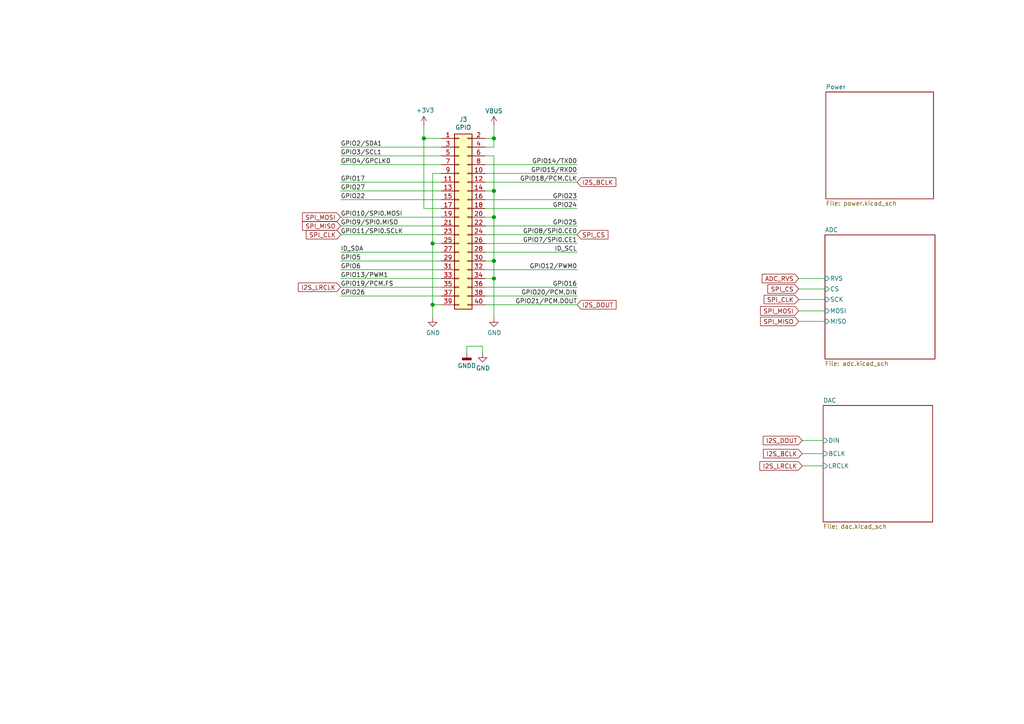
<source format=kicad_sch>
(kicad_sch
	(version 20231120)
	(generator "eeschema")
	(generator_version "8.0")
	(uuid "8e32e40b-ffe6-4c0f-a79d-8b81109bf7e8")
	(paper "A4")
	(lib_symbols
		(symbol "Connector_Generic:Conn_02x20_Odd_Even"
			(pin_names
				(offset 1.016) hide)
			(exclude_from_sim no)
			(in_bom yes)
			(on_board yes)
			(property "Reference" "J"
				(at 1.27 25.4 0)
				(effects
					(font
						(size 1.27 1.27)
					)
				)
			)
			(property "Value" "Conn_02x20_Odd_Even"
				(at 1.27 -27.94 0)
				(effects
					(font
						(size 1.27 1.27)
					)
				)
			)
			(property "Footprint" ""
				(at 0 0 0)
				(effects
					(font
						(size 1.27 1.27)
					)
					(hide yes)
				)
			)
			(property "Datasheet" "~"
				(at 0 0 0)
				(effects
					(font
						(size 1.27 1.27)
					)
					(hide yes)
				)
			)
			(property "Description" "Generic connector, double row, 02x20, odd/even pin numbering scheme (row 1 odd numbers, row 2 even numbers), script generated (kicad-library-utils/schlib/autogen/connector/)"
				(at 0 0 0)
				(effects
					(font
						(size 1.27 1.27)
					)
					(hide yes)
				)
			)
			(property "ki_keywords" "connector"
				(at 0 0 0)
				(effects
					(font
						(size 1.27 1.27)
					)
					(hide yes)
				)
			)
			(property "ki_fp_filters" "Connector*:*_2x??_*"
				(at 0 0 0)
				(effects
					(font
						(size 1.27 1.27)
					)
					(hide yes)
				)
			)
			(symbol "Conn_02x20_Odd_Even_1_1"
				(rectangle
					(start -1.27 -25.273)
					(end 0 -25.527)
					(stroke
						(width 0.1524)
						(type default)
					)
					(fill
						(type none)
					)
				)
				(rectangle
					(start -1.27 -22.733)
					(end 0 -22.987)
					(stroke
						(width 0.1524)
						(type default)
					)
					(fill
						(type none)
					)
				)
				(rectangle
					(start -1.27 -20.193)
					(end 0 -20.447)
					(stroke
						(width 0.1524)
						(type default)
					)
					(fill
						(type none)
					)
				)
				(rectangle
					(start -1.27 -17.653)
					(end 0 -17.907)
					(stroke
						(width 0.1524)
						(type default)
					)
					(fill
						(type none)
					)
				)
				(rectangle
					(start -1.27 -15.113)
					(end 0 -15.367)
					(stroke
						(width 0.1524)
						(type default)
					)
					(fill
						(type none)
					)
				)
				(rectangle
					(start -1.27 -12.573)
					(end 0 -12.827)
					(stroke
						(width 0.1524)
						(type default)
					)
					(fill
						(type none)
					)
				)
				(rectangle
					(start -1.27 -10.033)
					(end 0 -10.287)
					(stroke
						(width 0.1524)
						(type default)
					)
					(fill
						(type none)
					)
				)
				(rectangle
					(start -1.27 -7.493)
					(end 0 -7.747)
					(stroke
						(width 0.1524)
						(type default)
					)
					(fill
						(type none)
					)
				)
				(rectangle
					(start -1.27 -4.953)
					(end 0 -5.207)
					(stroke
						(width 0.1524)
						(type default)
					)
					(fill
						(type none)
					)
				)
				(rectangle
					(start -1.27 -2.413)
					(end 0 -2.667)
					(stroke
						(width 0.1524)
						(type default)
					)
					(fill
						(type none)
					)
				)
				(rectangle
					(start -1.27 0.127)
					(end 0 -0.127)
					(stroke
						(width 0.1524)
						(type default)
					)
					(fill
						(type none)
					)
				)
				(rectangle
					(start -1.27 2.667)
					(end 0 2.413)
					(stroke
						(width 0.1524)
						(type default)
					)
					(fill
						(type none)
					)
				)
				(rectangle
					(start -1.27 5.207)
					(end 0 4.953)
					(stroke
						(width 0.1524)
						(type default)
					)
					(fill
						(type none)
					)
				)
				(rectangle
					(start -1.27 7.747)
					(end 0 7.493)
					(stroke
						(width 0.1524)
						(type default)
					)
					(fill
						(type none)
					)
				)
				(rectangle
					(start -1.27 10.287)
					(end 0 10.033)
					(stroke
						(width 0.1524)
						(type default)
					)
					(fill
						(type none)
					)
				)
				(rectangle
					(start -1.27 12.827)
					(end 0 12.573)
					(stroke
						(width 0.1524)
						(type default)
					)
					(fill
						(type none)
					)
				)
				(rectangle
					(start -1.27 15.367)
					(end 0 15.113)
					(stroke
						(width 0.1524)
						(type default)
					)
					(fill
						(type none)
					)
				)
				(rectangle
					(start -1.27 17.907)
					(end 0 17.653)
					(stroke
						(width 0.1524)
						(type default)
					)
					(fill
						(type none)
					)
				)
				(rectangle
					(start -1.27 20.447)
					(end 0 20.193)
					(stroke
						(width 0.1524)
						(type default)
					)
					(fill
						(type none)
					)
				)
				(rectangle
					(start -1.27 22.987)
					(end 0 22.733)
					(stroke
						(width 0.1524)
						(type default)
					)
					(fill
						(type none)
					)
				)
				(rectangle
					(start -1.27 24.13)
					(end 3.81 -26.67)
					(stroke
						(width 0.254)
						(type default)
					)
					(fill
						(type background)
					)
				)
				(rectangle
					(start 3.81 -25.273)
					(end 2.54 -25.527)
					(stroke
						(width 0.1524)
						(type default)
					)
					(fill
						(type none)
					)
				)
				(rectangle
					(start 3.81 -22.733)
					(end 2.54 -22.987)
					(stroke
						(width 0.1524)
						(type default)
					)
					(fill
						(type none)
					)
				)
				(rectangle
					(start 3.81 -20.193)
					(end 2.54 -20.447)
					(stroke
						(width 0.1524)
						(type default)
					)
					(fill
						(type none)
					)
				)
				(rectangle
					(start 3.81 -17.653)
					(end 2.54 -17.907)
					(stroke
						(width 0.1524)
						(type default)
					)
					(fill
						(type none)
					)
				)
				(rectangle
					(start 3.81 -15.113)
					(end 2.54 -15.367)
					(stroke
						(width 0.1524)
						(type default)
					)
					(fill
						(type none)
					)
				)
				(rectangle
					(start 3.81 -12.573)
					(end 2.54 -12.827)
					(stroke
						(width 0.1524)
						(type default)
					)
					(fill
						(type none)
					)
				)
				(rectangle
					(start 3.81 -10.033)
					(end 2.54 -10.287)
					(stroke
						(width 0.1524)
						(type default)
					)
					(fill
						(type none)
					)
				)
				(rectangle
					(start 3.81 -7.493)
					(end 2.54 -7.747)
					(stroke
						(width 0.1524)
						(type default)
					)
					(fill
						(type none)
					)
				)
				(rectangle
					(start 3.81 -4.953)
					(end 2.54 -5.207)
					(stroke
						(width 0.1524)
						(type default)
					)
					(fill
						(type none)
					)
				)
				(rectangle
					(start 3.81 -2.413)
					(end 2.54 -2.667)
					(stroke
						(width 0.1524)
						(type default)
					)
					(fill
						(type none)
					)
				)
				(rectangle
					(start 3.81 0.127)
					(end 2.54 -0.127)
					(stroke
						(width 0.1524)
						(type default)
					)
					(fill
						(type none)
					)
				)
				(rectangle
					(start 3.81 2.667)
					(end 2.54 2.413)
					(stroke
						(width 0.1524)
						(type default)
					)
					(fill
						(type none)
					)
				)
				(rectangle
					(start 3.81 5.207)
					(end 2.54 4.953)
					(stroke
						(width 0.1524)
						(type default)
					)
					(fill
						(type none)
					)
				)
				(rectangle
					(start 3.81 7.747)
					(end 2.54 7.493)
					(stroke
						(width 0.1524)
						(type default)
					)
					(fill
						(type none)
					)
				)
				(rectangle
					(start 3.81 10.287)
					(end 2.54 10.033)
					(stroke
						(width 0.1524)
						(type default)
					)
					(fill
						(type none)
					)
				)
				(rectangle
					(start 3.81 12.827)
					(end 2.54 12.573)
					(stroke
						(width 0.1524)
						(type default)
					)
					(fill
						(type none)
					)
				)
				(rectangle
					(start 3.81 15.367)
					(end 2.54 15.113)
					(stroke
						(width 0.1524)
						(type default)
					)
					(fill
						(type none)
					)
				)
				(rectangle
					(start 3.81 17.907)
					(end 2.54 17.653)
					(stroke
						(width 0.1524)
						(type default)
					)
					(fill
						(type none)
					)
				)
				(rectangle
					(start 3.81 20.447)
					(end 2.54 20.193)
					(stroke
						(width 0.1524)
						(type default)
					)
					(fill
						(type none)
					)
				)
				(rectangle
					(start 3.81 22.987)
					(end 2.54 22.733)
					(stroke
						(width 0.1524)
						(type default)
					)
					(fill
						(type none)
					)
				)
				(pin passive line
					(at -5.08 22.86 0)
					(length 3.81)
					(name "Pin_1"
						(effects
							(font
								(size 1.27 1.27)
							)
						)
					)
					(number "1"
						(effects
							(font
								(size 1.27 1.27)
							)
						)
					)
				)
				(pin passive line
					(at 7.62 12.7 180)
					(length 3.81)
					(name "Pin_10"
						(effects
							(font
								(size 1.27 1.27)
							)
						)
					)
					(number "10"
						(effects
							(font
								(size 1.27 1.27)
							)
						)
					)
				)
				(pin passive line
					(at -5.08 10.16 0)
					(length 3.81)
					(name "Pin_11"
						(effects
							(font
								(size 1.27 1.27)
							)
						)
					)
					(number "11"
						(effects
							(font
								(size 1.27 1.27)
							)
						)
					)
				)
				(pin passive line
					(at 7.62 10.16 180)
					(length 3.81)
					(name "Pin_12"
						(effects
							(font
								(size 1.27 1.27)
							)
						)
					)
					(number "12"
						(effects
							(font
								(size 1.27 1.27)
							)
						)
					)
				)
				(pin passive line
					(at -5.08 7.62 0)
					(length 3.81)
					(name "Pin_13"
						(effects
							(font
								(size 1.27 1.27)
							)
						)
					)
					(number "13"
						(effects
							(font
								(size 1.27 1.27)
							)
						)
					)
				)
				(pin passive line
					(at 7.62 7.62 180)
					(length 3.81)
					(name "Pin_14"
						(effects
							(font
								(size 1.27 1.27)
							)
						)
					)
					(number "14"
						(effects
							(font
								(size 1.27 1.27)
							)
						)
					)
				)
				(pin passive line
					(at -5.08 5.08 0)
					(length 3.81)
					(name "Pin_15"
						(effects
							(font
								(size 1.27 1.27)
							)
						)
					)
					(number "15"
						(effects
							(font
								(size 1.27 1.27)
							)
						)
					)
				)
				(pin passive line
					(at 7.62 5.08 180)
					(length 3.81)
					(name "Pin_16"
						(effects
							(font
								(size 1.27 1.27)
							)
						)
					)
					(number "16"
						(effects
							(font
								(size 1.27 1.27)
							)
						)
					)
				)
				(pin passive line
					(at -5.08 2.54 0)
					(length 3.81)
					(name "Pin_17"
						(effects
							(font
								(size 1.27 1.27)
							)
						)
					)
					(number "17"
						(effects
							(font
								(size 1.27 1.27)
							)
						)
					)
				)
				(pin passive line
					(at 7.62 2.54 180)
					(length 3.81)
					(name "Pin_18"
						(effects
							(font
								(size 1.27 1.27)
							)
						)
					)
					(number "18"
						(effects
							(font
								(size 1.27 1.27)
							)
						)
					)
				)
				(pin passive line
					(at -5.08 0 0)
					(length 3.81)
					(name "Pin_19"
						(effects
							(font
								(size 1.27 1.27)
							)
						)
					)
					(number "19"
						(effects
							(font
								(size 1.27 1.27)
							)
						)
					)
				)
				(pin passive line
					(at 7.62 22.86 180)
					(length 3.81)
					(name "Pin_2"
						(effects
							(font
								(size 1.27 1.27)
							)
						)
					)
					(number "2"
						(effects
							(font
								(size 1.27 1.27)
							)
						)
					)
				)
				(pin passive line
					(at 7.62 0 180)
					(length 3.81)
					(name "Pin_20"
						(effects
							(font
								(size 1.27 1.27)
							)
						)
					)
					(number "20"
						(effects
							(font
								(size 1.27 1.27)
							)
						)
					)
				)
				(pin passive line
					(at -5.08 -2.54 0)
					(length 3.81)
					(name "Pin_21"
						(effects
							(font
								(size 1.27 1.27)
							)
						)
					)
					(number "21"
						(effects
							(font
								(size 1.27 1.27)
							)
						)
					)
				)
				(pin passive line
					(at 7.62 -2.54 180)
					(length 3.81)
					(name "Pin_22"
						(effects
							(font
								(size 1.27 1.27)
							)
						)
					)
					(number "22"
						(effects
							(font
								(size 1.27 1.27)
							)
						)
					)
				)
				(pin passive line
					(at -5.08 -5.08 0)
					(length 3.81)
					(name "Pin_23"
						(effects
							(font
								(size 1.27 1.27)
							)
						)
					)
					(number "23"
						(effects
							(font
								(size 1.27 1.27)
							)
						)
					)
				)
				(pin passive line
					(at 7.62 -5.08 180)
					(length 3.81)
					(name "Pin_24"
						(effects
							(font
								(size 1.27 1.27)
							)
						)
					)
					(number "24"
						(effects
							(font
								(size 1.27 1.27)
							)
						)
					)
				)
				(pin passive line
					(at -5.08 -7.62 0)
					(length 3.81)
					(name "Pin_25"
						(effects
							(font
								(size 1.27 1.27)
							)
						)
					)
					(number "25"
						(effects
							(font
								(size 1.27 1.27)
							)
						)
					)
				)
				(pin passive line
					(at 7.62 -7.62 180)
					(length 3.81)
					(name "Pin_26"
						(effects
							(font
								(size 1.27 1.27)
							)
						)
					)
					(number "26"
						(effects
							(font
								(size 1.27 1.27)
							)
						)
					)
				)
				(pin passive line
					(at -5.08 -10.16 0)
					(length 3.81)
					(name "Pin_27"
						(effects
							(font
								(size 1.27 1.27)
							)
						)
					)
					(number "27"
						(effects
							(font
								(size 1.27 1.27)
							)
						)
					)
				)
				(pin passive line
					(at 7.62 -10.16 180)
					(length 3.81)
					(name "Pin_28"
						(effects
							(font
								(size 1.27 1.27)
							)
						)
					)
					(number "28"
						(effects
							(font
								(size 1.27 1.27)
							)
						)
					)
				)
				(pin passive line
					(at -5.08 -12.7 0)
					(length 3.81)
					(name "Pin_29"
						(effects
							(font
								(size 1.27 1.27)
							)
						)
					)
					(number "29"
						(effects
							(font
								(size 1.27 1.27)
							)
						)
					)
				)
				(pin passive line
					(at -5.08 20.32 0)
					(length 3.81)
					(name "Pin_3"
						(effects
							(font
								(size 1.27 1.27)
							)
						)
					)
					(number "3"
						(effects
							(font
								(size 1.27 1.27)
							)
						)
					)
				)
				(pin passive line
					(at 7.62 -12.7 180)
					(length 3.81)
					(name "Pin_30"
						(effects
							(font
								(size 1.27 1.27)
							)
						)
					)
					(number "30"
						(effects
							(font
								(size 1.27 1.27)
							)
						)
					)
				)
				(pin passive line
					(at -5.08 -15.24 0)
					(length 3.81)
					(name "Pin_31"
						(effects
							(font
								(size 1.27 1.27)
							)
						)
					)
					(number "31"
						(effects
							(font
								(size 1.27 1.27)
							)
						)
					)
				)
				(pin passive line
					(at 7.62 -15.24 180)
					(length 3.81)
					(name "Pin_32"
						(effects
							(font
								(size 1.27 1.27)
							)
						)
					)
					(number "32"
						(effects
							(font
								(size 1.27 1.27)
							)
						)
					)
				)
				(pin passive line
					(at -5.08 -17.78 0)
					(length 3.81)
					(name "Pin_33"
						(effects
							(font
								(size 1.27 1.27)
							)
						)
					)
					(number "33"
						(effects
							(font
								(size 1.27 1.27)
							)
						)
					)
				)
				(pin passive line
					(at 7.62 -17.78 180)
					(length 3.81)
					(name "Pin_34"
						(effects
							(font
								(size 1.27 1.27)
							)
						)
					)
					(number "34"
						(effects
							(font
								(size 1.27 1.27)
							)
						)
					)
				)
				(pin passive line
					(at -5.08 -20.32 0)
					(length 3.81)
					(name "Pin_35"
						(effects
							(font
								(size 1.27 1.27)
							)
						)
					)
					(number "35"
						(effects
							(font
								(size 1.27 1.27)
							)
						)
					)
				)
				(pin passive line
					(at 7.62 -20.32 180)
					(length 3.81)
					(name "Pin_36"
						(effects
							(font
								(size 1.27 1.27)
							)
						)
					)
					(number "36"
						(effects
							(font
								(size 1.27 1.27)
							)
						)
					)
				)
				(pin passive line
					(at -5.08 -22.86 0)
					(length 3.81)
					(name "Pin_37"
						(effects
							(font
								(size 1.27 1.27)
							)
						)
					)
					(number "37"
						(effects
							(font
								(size 1.27 1.27)
							)
						)
					)
				)
				(pin passive line
					(at 7.62 -22.86 180)
					(length 3.81)
					(name "Pin_38"
						(effects
							(font
								(size 1.27 1.27)
							)
						)
					)
					(number "38"
						(effects
							(font
								(size 1.27 1.27)
							)
						)
					)
				)
				(pin passive line
					(at -5.08 -25.4 0)
					(length 3.81)
					(name "Pin_39"
						(effects
							(font
								(size 1.27 1.27)
							)
						)
					)
					(number "39"
						(effects
							(font
								(size 1.27 1.27)
							)
						)
					)
				)
				(pin passive line
					(at 7.62 20.32 180)
					(length 3.81)
					(name "Pin_4"
						(effects
							(font
								(size 1.27 1.27)
							)
						)
					)
					(number "4"
						(effects
							(font
								(size 1.27 1.27)
							)
						)
					)
				)
				(pin passive line
					(at 7.62 -25.4 180)
					(length 3.81)
					(name "Pin_40"
						(effects
							(font
								(size 1.27 1.27)
							)
						)
					)
					(number "40"
						(effects
							(font
								(size 1.27 1.27)
							)
						)
					)
				)
				(pin passive line
					(at -5.08 17.78 0)
					(length 3.81)
					(name "Pin_5"
						(effects
							(font
								(size 1.27 1.27)
							)
						)
					)
					(number "5"
						(effects
							(font
								(size 1.27 1.27)
							)
						)
					)
				)
				(pin passive line
					(at 7.62 17.78 180)
					(length 3.81)
					(name "Pin_6"
						(effects
							(font
								(size 1.27 1.27)
							)
						)
					)
					(number "6"
						(effects
							(font
								(size 1.27 1.27)
							)
						)
					)
				)
				(pin passive line
					(at -5.08 15.24 0)
					(length 3.81)
					(name "Pin_7"
						(effects
							(font
								(size 1.27 1.27)
							)
						)
					)
					(number "7"
						(effects
							(font
								(size 1.27 1.27)
							)
						)
					)
				)
				(pin passive line
					(at 7.62 15.24 180)
					(length 3.81)
					(name "Pin_8"
						(effects
							(font
								(size 1.27 1.27)
							)
						)
					)
					(number "8"
						(effects
							(font
								(size 1.27 1.27)
							)
						)
					)
				)
				(pin passive line
					(at -5.08 12.7 0)
					(length 3.81)
					(name "Pin_9"
						(effects
							(font
								(size 1.27 1.27)
							)
						)
					)
					(number "9"
						(effects
							(font
								(size 1.27 1.27)
							)
						)
					)
				)
			)
		)
		(symbol "power:+3.3V"
			(power)
			(pin_names
				(offset 0)
			)
			(exclude_from_sim no)
			(in_bom yes)
			(on_board yes)
			(property "Reference" "#PWR"
				(at 0 -3.81 0)
				(effects
					(font
						(size 1.27 1.27)
					)
					(hide yes)
				)
			)
			(property "Value" "+3.3V"
				(at 0 3.556 0)
				(effects
					(font
						(size 1.27 1.27)
					)
				)
			)
			(property "Footprint" ""
				(at 0 0 0)
				(effects
					(font
						(size 1.27 1.27)
					)
					(hide yes)
				)
			)
			(property "Datasheet" ""
				(at 0 0 0)
				(effects
					(font
						(size 1.27 1.27)
					)
					(hide yes)
				)
			)
			(property "Description" "Power symbol creates a global label with name \"+3.3V\""
				(at 0 0 0)
				(effects
					(font
						(size 1.27 1.27)
					)
					(hide yes)
				)
			)
			(property "ki_keywords" "power-flag"
				(at 0 0 0)
				(effects
					(font
						(size 1.27 1.27)
					)
					(hide yes)
				)
			)
			(symbol "+3.3V_0_1"
				(polyline
					(pts
						(xy -0.762 1.27) (xy 0 2.54)
					)
					(stroke
						(width 0)
						(type default)
					)
					(fill
						(type none)
					)
				)
				(polyline
					(pts
						(xy 0 0) (xy 0 2.54)
					)
					(stroke
						(width 0)
						(type default)
					)
					(fill
						(type none)
					)
				)
				(polyline
					(pts
						(xy 0 2.54) (xy 0.762 1.27)
					)
					(stroke
						(width 0)
						(type default)
					)
					(fill
						(type none)
					)
				)
			)
			(symbol "+3.3V_1_1"
				(pin power_in line
					(at 0 0 90)
					(length 0) hide
					(name "+3V3"
						(effects
							(font
								(size 1.27 1.27)
							)
						)
					)
					(number "1"
						(effects
							(font
								(size 1.27 1.27)
							)
						)
					)
				)
			)
		)
		(symbol "power:GND"
			(power)
			(pin_names
				(offset 0)
			)
			(exclude_from_sim no)
			(in_bom yes)
			(on_board yes)
			(property "Reference" "#PWR"
				(at 0 -6.35 0)
				(effects
					(font
						(size 1.27 1.27)
					)
					(hide yes)
				)
			)
			(property "Value" "GND"
				(at 0 -3.81 0)
				(effects
					(font
						(size 1.27 1.27)
					)
				)
			)
			(property "Footprint" ""
				(at 0 0 0)
				(effects
					(font
						(size 1.27 1.27)
					)
					(hide yes)
				)
			)
			(property "Datasheet" ""
				(at 0 0 0)
				(effects
					(font
						(size 1.27 1.27)
					)
					(hide yes)
				)
			)
			(property "Description" "Power symbol creates a global label with name \"GND\" , ground"
				(at 0 0 0)
				(effects
					(font
						(size 1.27 1.27)
					)
					(hide yes)
				)
			)
			(property "ki_keywords" "power-flag"
				(at 0 0 0)
				(effects
					(font
						(size 1.27 1.27)
					)
					(hide yes)
				)
			)
			(symbol "GND_0_1"
				(polyline
					(pts
						(xy 0 0) (xy 0 -1.27) (xy 1.27 -1.27) (xy 0 -2.54) (xy -1.27 -1.27) (xy 0 -1.27)
					)
					(stroke
						(width 0)
						(type default)
					)
					(fill
						(type none)
					)
				)
			)
			(symbol "GND_1_1"
				(pin power_in line
					(at 0 0 270)
					(length 0) hide
					(name "GND"
						(effects
							(font
								(size 1.27 1.27)
							)
						)
					)
					(number "1"
						(effects
							(font
								(size 1.27 1.27)
							)
						)
					)
				)
			)
		)
		(symbol "power:GNDD"
			(power)
			(pin_names
				(offset 0)
			)
			(exclude_from_sim no)
			(in_bom yes)
			(on_board yes)
			(property "Reference" "#PWR"
				(at 0 -6.35 0)
				(effects
					(font
						(size 1.27 1.27)
					)
					(hide yes)
				)
			)
			(property "Value" "GNDD"
				(at 0 -3.175 0)
				(effects
					(font
						(size 1.27 1.27)
					)
				)
			)
			(property "Footprint" ""
				(at 0 0 0)
				(effects
					(font
						(size 1.27 1.27)
					)
					(hide yes)
				)
			)
			(property "Datasheet" ""
				(at 0 0 0)
				(effects
					(font
						(size 1.27 1.27)
					)
					(hide yes)
				)
			)
			(property "Description" "Power symbol creates a global label with name \"GNDD\" , digital ground"
				(at 0 0 0)
				(effects
					(font
						(size 1.27 1.27)
					)
					(hide yes)
				)
			)
			(property "ki_keywords" "global power"
				(at 0 0 0)
				(effects
					(font
						(size 1.27 1.27)
					)
					(hide yes)
				)
			)
			(symbol "GNDD_0_1"
				(rectangle
					(start -1.27 -1.524)
					(end 1.27 -2.032)
					(stroke
						(width 0.254)
						(type default)
					)
					(fill
						(type outline)
					)
				)
				(polyline
					(pts
						(xy 0 0) (xy 0 -1.524)
					)
					(stroke
						(width 0)
						(type default)
					)
					(fill
						(type none)
					)
				)
			)
			(symbol "GNDD_1_1"
				(pin power_in line
					(at 0 0 270)
					(length 0) hide
					(name "GNDD"
						(effects
							(font
								(size 1.27 1.27)
							)
						)
					)
					(number "1"
						(effects
							(font
								(size 1.27 1.27)
							)
						)
					)
				)
			)
		)
		(symbol "power:VBUS"
			(power)
			(pin_names
				(offset 0)
			)
			(exclude_from_sim no)
			(in_bom yes)
			(on_board yes)
			(property "Reference" "#PWR"
				(at 0 -3.81 0)
				(effects
					(font
						(size 1.27 1.27)
					)
					(hide yes)
				)
			)
			(property "Value" "VBUS"
				(at 0 3.81 0)
				(effects
					(font
						(size 1.27 1.27)
					)
				)
			)
			(property "Footprint" ""
				(at 0 0 0)
				(effects
					(font
						(size 1.27 1.27)
					)
					(hide yes)
				)
			)
			(property "Datasheet" ""
				(at 0 0 0)
				(effects
					(font
						(size 1.27 1.27)
					)
					(hide yes)
				)
			)
			(property "Description" "Power symbol creates a global label with name \"VBUS\""
				(at 0 0 0)
				(effects
					(font
						(size 1.27 1.27)
					)
					(hide yes)
				)
			)
			(property "ki_keywords" "global power"
				(at 0 0 0)
				(effects
					(font
						(size 1.27 1.27)
					)
					(hide yes)
				)
			)
			(symbol "VBUS_0_1"
				(polyline
					(pts
						(xy -0.762 1.27) (xy 0 2.54)
					)
					(stroke
						(width 0)
						(type default)
					)
					(fill
						(type none)
					)
				)
				(polyline
					(pts
						(xy 0 0) (xy 0 2.54)
					)
					(stroke
						(width 0)
						(type default)
					)
					(fill
						(type none)
					)
				)
				(polyline
					(pts
						(xy 0 2.54) (xy 0.762 1.27)
					)
					(stroke
						(width 0)
						(type default)
					)
					(fill
						(type none)
					)
				)
			)
			(symbol "VBUS_1_1"
				(pin power_in line
					(at 0 0 90)
					(length 0) hide
					(name "VBUS"
						(effects
							(font
								(size 1.27 1.27)
							)
						)
					)
					(number "1"
						(effects
							(font
								(size 1.27 1.27)
							)
						)
					)
				)
			)
		)
	)
	(junction
		(at 143.256 40.132)
		(diameter 1.016)
		(color 0 0 0 0)
		(uuid "17ceb6c9-0923-4b70-b79c-afeac1f164ec")
	)
	(junction
		(at 143.256 75.692)
		(diameter 1.016)
		(color 0 0 0 0)
		(uuid "5793f834-a7dc-4e19-8c83-88430919b515")
	)
	(junction
		(at 125.476 70.612)
		(diameter 1.016)
		(color 0 0 0 0)
		(uuid "b61f1e64-59e3-4d7f-bf87-2d4ce282ce64")
	)
	(junction
		(at 143.256 55.372)
		(diameter 1.016)
		(color 0 0 0 0)
		(uuid "c2b97343-0f2f-4541-ad1f-109ffcff30ac")
	)
	(junction
		(at 122.936 40.132)
		(diameter 1.016)
		(color 0 0 0 0)
		(uuid "c3c4199f-15c5-4927-b51c-5b86b44d4378")
	)
	(junction
		(at 125.476 88.392)
		(diameter 1.016)
		(color 0 0 0 0)
		(uuid "dd8ede9a-65ee-48a4-a875-db6eed0f92c1")
	)
	(junction
		(at 143.256 80.772)
		(diameter 1.016)
		(color 0 0 0 0)
		(uuid "e51ddfb5-dbb4-42ce-9c5f-f9dd972e9ea5")
	)
	(junction
		(at 143.256 62.992)
		(diameter 1.016)
		(color 0 0 0 0)
		(uuid "f706fa70-d987-4f3b-bb77-03584bd18554")
	)
	(wire
		(pts
			(xy 231.648 86.868) (xy 239.268 86.868)
		)
		(stroke
			(width 0)
			(type default)
		)
		(uuid "030a61c6-262c-4b5b-9246-e545092a0631")
	)
	(wire
		(pts
			(xy 140.716 52.832) (xy 167.386 52.832)
		)
		(stroke
			(width 0)
			(type solid)
		)
		(uuid "0488a33d-6678-4c45-a740-522861116585")
	)
	(wire
		(pts
			(xy 135.39 100.42) (xy 135.39 102.34)
		)
		(stroke
			(width 0)
			(type default)
		)
		(uuid "05a8f223-48d4-4a03-913b-ffbeb8686a07")
	)
	(wire
		(pts
			(xy 122.936 40.132) (xy 128.016 40.132)
		)
		(stroke
			(width 0)
			(type solid)
		)
		(uuid "07ff03bd-8a69-455d-8a02-0e3383d43364")
	)
	(wire
		(pts
			(xy 143.256 55.372) (xy 143.256 62.992)
		)
		(stroke
			(width 0)
			(type solid)
		)
		(uuid "0f0bb25e-2c43-413f-a989-a6c6eec64d19")
	)
	(wire
		(pts
			(xy 140.716 85.852) (xy 167.386 85.852)
		)
		(stroke
			(width 0)
			(type solid)
		)
		(uuid "0f142de2-0bc5-4f85-a904-d1f8a125563c")
	)
	(wire
		(pts
			(xy 125.476 70.612) (xy 128.016 70.612)
		)
		(stroke
			(width 0)
			(type solid)
		)
		(uuid "0fd7bae2-1511-48ac-b9b9-9d7ef1e8d0ce")
	)
	(wire
		(pts
			(xy 140.716 78.232) (xy 167.386 78.232)
		)
		(stroke
			(width 0)
			(type solid)
		)
		(uuid "1285de63-202f-4db3-b1f1-32f45a4f5e90")
	)
	(wire
		(pts
			(xy 143.256 45.212) (xy 140.716 45.212)
		)
		(stroke
			(width 0)
			(type solid)
		)
		(uuid "148d1333-7d19-448c-964e-6e0bf9512991")
	)
	(wire
		(pts
			(xy 143.256 40.132) (xy 143.256 42.672)
		)
		(stroke
			(width 0)
			(type solid)
		)
		(uuid "1a1fb0c4-6e29-467d-97bd-a06cd9262b54")
	)
	(wire
		(pts
			(xy 140.716 73.152) (xy 167.386 73.152)
		)
		(stroke
			(width 0)
			(type solid)
		)
		(uuid "1b2ab874-d2af-41b1-a89b-50dcff0f666c")
	)
	(wire
		(pts
			(xy 125.476 88.392) (xy 125.476 92.202)
		)
		(stroke
			(width 0)
			(type solid)
		)
		(uuid "2028ecaf-69fa-4e57-9322-ceafc718908e")
	)
	(wire
		(pts
			(xy 143.256 62.992) (xy 143.256 75.692)
		)
		(stroke
			(width 0)
			(type solid)
		)
		(uuid "2597493e-0383-4d55-9639-0f470b1c4828")
	)
	(wire
		(pts
			(xy 140.716 88.392) (xy 167.386 88.392)
		)
		(stroke
			(width 0)
			(type solid)
		)
		(uuid "2bdf77ab-a50d-4ccb-942d-68e56b9f8168")
	)
	(wire
		(pts
			(xy 231.648 90.17) (xy 239.268 90.17)
		)
		(stroke
			(width 0)
			(type default)
		)
		(uuid "2f412239-3a60-4e5a-b116-b19bb1c8f2fb")
	)
	(wire
		(pts
			(xy 143.256 80.772) (xy 143.256 92.202)
		)
		(stroke
			(width 0)
			(type solid)
		)
		(uuid "319f56ea-dc2c-4d43-8dba-571ac0dfd266")
	)
	(wire
		(pts
			(xy 140.716 60.452) (xy 167.386 60.452)
		)
		(stroke
			(width 0)
			(type solid)
		)
		(uuid "37f88adc-2746-44be-87dd-68273da128ac")
	)
	(wire
		(pts
			(xy 143.256 45.212) (xy 143.256 55.372)
		)
		(stroke
			(width 0)
			(type solid)
		)
		(uuid "3ee44d52-65a4-403f-a62e-b64744a0454d")
	)
	(wire
		(pts
			(xy 122.936 36.322) (xy 122.936 40.132)
		)
		(stroke
			(width 0)
			(type solid)
		)
		(uuid "3efa041b-06bf-470b-99d3-2649f2fc6cbc")
	)
	(wire
		(pts
			(xy 98.806 45.212) (xy 128.016 45.212)
		)
		(stroke
			(width 0)
			(type solid)
		)
		(uuid "42166d17-b89b-4a1e-9cb7-422e7fe0cbbe")
	)
	(wire
		(pts
			(xy 140.716 50.292) (xy 167.386 50.292)
		)
		(stroke
			(width 0)
			(type solid)
		)
		(uuid "465efce4-07b4-483b-9f06-5155e549404b")
	)
	(wire
		(pts
			(xy 98.806 83.312) (xy 128.016 83.312)
		)
		(stroke
			(width 0)
			(type solid)
		)
		(uuid "4787311f-3b79-4ccc-a82b-b642999e0ab1")
	)
	(wire
		(pts
			(xy 98.806 65.532) (xy 128.016 65.532)
		)
		(stroke
			(width 0)
			(type solid)
		)
		(uuid "48736f6d-4f6b-4a70-a73e-1d1589f47754")
	)
	(wire
		(pts
			(xy 125.476 50.292) (xy 128.016 50.292)
		)
		(stroke
			(width 0)
			(type solid)
		)
		(uuid "498d7491-014f-4578-b926-bd7e3fb24a57")
	)
	(wire
		(pts
			(xy 143.256 36.322) (xy 143.256 40.132)
		)
		(stroke
			(width 0)
			(type solid)
		)
		(uuid "4bc0ccfe-a07a-47f4-99b1-c5b723cb25d0")
	)
	(wire
		(pts
			(xy 231.648 83.82) (xy 239.268 83.82)
		)
		(stroke
			(width 0)
			(type default)
		)
		(uuid "51886280-3cf1-4a1e-83ad-c1a0b481453a")
	)
	(wire
		(pts
			(xy 143.256 42.672) (xy 140.716 42.672)
		)
		(stroke
			(width 0)
			(type solid)
		)
		(uuid "5506692b-dc02-4e68-904b-f22c1897d0da")
	)
	(wire
		(pts
			(xy 125.476 70.612) (xy 125.476 88.392)
		)
		(stroke
			(width 0)
			(type solid)
		)
		(uuid "56f210f2-145e-4884-a4ad-bebb89f65c4c")
	)
	(wire
		(pts
			(xy 232.664 127.762) (xy 238.76 127.762)
		)
		(stroke
			(width 0)
			(type default)
		)
		(uuid "5f014fa2-d219-4807-80ba-04e45896b0b2")
	)
	(wire
		(pts
			(xy 140.716 83.312) (xy 167.386 83.312)
		)
		(stroke
			(width 0)
			(type solid)
		)
		(uuid "66d287f9-93f7-4ee2-9dda-ad4e6206a88c")
	)
	(wire
		(pts
			(xy 98.806 75.692) (xy 128.016 75.692)
		)
		(stroke
			(width 0)
			(type solid)
		)
		(uuid "6b6530de-5425-4cb6-9dcb-f2aa99fbc364")
	)
	(wire
		(pts
			(xy 140.716 65.532) (xy 167.386 65.532)
		)
		(stroke
			(width 0)
			(type solid)
		)
		(uuid "74b8dd44-c47a-4f0a-af55-a74a3a778cd3")
	)
	(wire
		(pts
			(xy 139.97 102.46) (xy 139.97 100.42)
		)
		(stroke
			(width 0)
			(type default)
		)
		(uuid "8054e69a-357c-4c67-b616-c1e6fca667ce")
	)
	(wire
		(pts
			(xy 122.936 40.132) (xy 122.936 60.452)
		)
		(stroke
			(width 0)
			(type solid)
		)
		(uuid "847b1f77-4a4b-49db-89ce-4a4e0b3d713e")
	)
	(wire
		(pts
			(xy 140.716 68.072) (xy 167.386 68.072)
		)
		(stroke
			(width 0)
			(type solid)
		)
		(uuid "8717ffd0-1e81-4d5c-950b-158b90e02e24")
	)
	(wire
		(pts
			(xy 143.256 62.992) (xy 140.716 62.992)
		)
		(stroke
			(width 0)
			(type solid)
		)
		(uuid "883f5bf8-36f0-4597-beb4-7ba5f9c5cd25")
	)
	(wire
		(pts
			(xy 143.256 55.372) (xy 140.716 55.372)
		)
		(stroke
			(width 0)
			(type solid)
		)
		(uuid "955d5c7b-754d-431c-8e37-cf4e31cc4ff8")
	)
	(wire
		(pts
			(xy 125.476 88.392) (xy 128.016 88.392)
		)
		(stroke
			(width 0)
			(type solid)
		)
		(uuid "95c5f090-cf20-4655-b835-f80aa52a4a39")
	)
	(wire
		(pts
			(xy 139.97 100.42) (xy 135.39 100.42)
		)
		(stroke
			(width 0)
			(type default)
		)
		(uuid "979ba093-1ec4-4327-b6f6-1bbc64995a4e")
	)
	(wire
		(pts
			(xy 128.016 80.772) (xy 98.806 80.772)
		)
		(stroke
			(width 0)
			(type solid)
		)
		(uuid "9a2603d6-8e82-41fb-8f1c-1c805615bdb1")
	)
	(wire
		(pts
			(xy 98.806 47.752) (xy 128.016 47.752)
		)
		(stroke
			(width 0)
			(type solid)
		)
		(uuid "9c2b79a9-1ab2-4f62-9e5c-90b16f3e4f91")
	)
	(wire
		(pts
			(xy 143.256 75.692) (xy 140.716 75.692)
		)
		(stroke
			(width 0)
			(type solid)
		)
		(uuid "9eb685a7-dc16-4a38-a6e2-c6abb67c0c28")
	)
	(wire
		(pts
			(xy 98.806 68.072) (xy 128.016 68.072)
		)
		(stroke
			(width 0)
			(type solid)
		)
		(uuid "a13f8d80-8ccb-4b7e-9c1e-835fa9f12fe9")
	)
	(wire
		(pts
			(xy 98.806 85.852) (xy 128.016 85.852)
		)
		(stroke
			(width 0)
			(type solid)
		)
		(uuid "a2b9a15e-a467-464e-9f4b-8c0ce6f87256")
	)
	(wire
		(pts
			(xy 232.664 135.128) (xy 238.76 135.128)
		)
		(stroke
			(width 0)
			(type default)
		)
		(uuid "ab62212b-996f-49a4-b0d9-3911bdbc2a9f")
	)
	(wire
		(pts
			(xy 98.806 57.912) (xy 128.016 57.912)
		)
		(stroke
			(width 0)
			(type solid)
		)
		(uuid "c081f5ef-375e-4678-aa0e-c80a25e72835")
	)
	(wire
		(pts
			(xy 231.648 80.772) (xy 239.268 80.772)
		)
		(stroke
			(width 0)
			(type default)
		)
		(uuid "c3d20841-ff83-4cf1-9ef5-7986e3cc54f6")
	)
	(wire
		(pts
			(xy 128.016 42.672) (xy 98.806 42.672)
		)
		(stroke
			(width 0)
			(type solid)
		)
		(uuid "c7ad11ce-a17b-409d-8642-8959dab9f34e")
	)
	(wire
		(pts
			(xy 128.016 52.832) (xy 98.806 52.832)
		)
		(stroke
			(width 0)
			(type solid)
		)
		(uuid "c7b2c337-edc9-4265-be54-7d99672fe502")
	)
	(wire
		(pts
			(xy 125.476 50.292) (xy 125.476 70.612)
		)
		(stroke
			(width 0)
			(type solid)
		)
		(uuid "c7e4fa64-4be4-4e1e-91fa-a3577ac8492e")
	)
	(wire
		(pts
			(xy 98.806 55.372) (xy 128.016 55.372)
		)
		(stroke
			(width 0)
			(type solid)
		)
		(uuid "c896a668-9842-4ea4-a031-a0719434d7a8")
	)
	(wire
		(pts
			(xy 128.016 62.992) (xy 98.806 62.992)
		)
		(stroke
			(width 0)
			(type solid)
		)
		(uuid "ce895ddd-5ec6-4c66-a468-336e855fa271")
	)
	(wire
		(pts
			(xy 143.256 80.772) (xy 140.716 80.772)
		)
		(stroke
			(width 0)
			(type solid)
		)
		(uuid "d75ef0b0-bcc3-401b-835d-ccb3abd87873")
	)
	(wire
		(pts
			(xy 140.716 57.912) (xy 167.386 57.912)
		)
		(stroke
			(width 0)
			(type solid)
		)
		(uuid "d941f6d7-fa22-4251-8e54-f7d27014a63f")
	)
	(wire
		(pts
			(xy 128.016 73.152) (xy 98.806 73.152)
		)
		(stroke
			(width 0)
			(type solid)
		)
		(uuid "db87a49f-511d-43a1-85ef-24e3fb3fe066")
	)
	(wire
		(pts
			(xy 140.716 47.752) (xy 167.386 47.752)
		)
		(stroke
			(width 0)
			(type solid)
		)
		(uuid "dc179315-335e-4fc8-843c-4e4b2fc4cd18")
	)
	(wire
		(pts
			(xy 143.256 75.692) (xy 143.256 80.772)
		)
		(stroke
			(width 0)
			(type solid)
		)
		(uuid "e22eda3d-3459-4a22-b43d-362e9a4698ef")
	)
	(wire
		(pts
			(xy 122.936 60.452) (xy 128.016 60.452)
		)
		(stroke
			(width 0)
			(type solid)
		)
		(uuid "e37a8699-c89e-4363-9822-e4b6af6d7beb")
	)
	(wire
		(pts
			(xy 231.648 93.218) (xy 239.268 93.218)
		)
		(stroke
			(width 0)
			(type default)
		)
		(uuid "e7b26ea5-e9ed-4de7-8810-fd1e99fd7bcf")
	)
	(wire
		(pts
			(xy 140.716 70.612) (xy 167.386 70.612)
		)
		(stroke
			(width 0)
			(type solid)
		)
		(uuid "e92e94c2-5e05-4601-b03a-ccba51c8b3f8")
	)
	(wire
		(pts
			(xy 98.806 78.232) (xy 128.016 78.232)
		)
		(stroke
			(width 0)
			(type solid)
		)
		(uuid "ecc3836f-a27c-4c0a-8b2f-29d1d3261277")
	)
	(wire
		(pts
			(xy 232.664 131.572) (xy 238.76 131.572)
		)
		(stroke
			(width 0)
			(type default)
		)
		(uuid "f11dd551-0e88-4f28-a392-18cd2cac2636")
	)
	(wire
		(pts
			(xy 143.256 40.132) (xy 140.716 40.132)
		)
		(stroke
			(width 0)
			(type solid)
		)
		(uuid "fd782d2e-fb8d-4d91-ad9d-9127c8e7e5d2")
	)
	(label "GPIO25"
		(at 167.386 65.532 180)
		(effects
			(font
				(size 1.27 1.27)
			)
			(justify right bottom)
		)
		(uuid "0d8ac85d-b70e-42e9-b1f1-52e48e47ef0f")
	)
	(label "GPIO9{slash}SPI0.MISO"
		(at 98.806 65.532 0)
		(effects
			(font
				(size 1.27 1.27)
			)
			(justify left bottom)
		)
		(uuid "18d87ac4-d505-438d-bfb6-46ae610dfd4a")
	)
	(label "GPIO3{slash}SCL1"
		(at 98.806 45.212 0)
		(effects
			(font
				(size 1.27 1.27)
			)
			(justify left bottom)
		)
		(uuid "1e7052af-2dfd-4c82-97bb-7fa0b4ce0f82")
	)
	(label "GPIO26"
		(at 98.806 85.852 0)
		(effects
			(font
				(size 1.27 1.27)
			)
			(justify left bottom)
		)
		(uuid "26c732e3-136d-4a72-85b1-3ca8ebbfe4e4")
	)
	(label "GPIO6"
		(at 98.806 78.232 0)
		(effects
			(font
				(size 1.27 1.27)
			)
			(justify left bottom)
		)
		(uuid "2ce4889a-f796-4f19-bc4d-64b786ad38b0")
	)
	(label "GPIO15{slash}RXD0"
		(at 167.386 50.292 180)
		(effects
			(font
				(size 1.27 1.27)
			)
			(justify right bottom)
		)
		(uuid "3dce21b2-ce0f-428c-a536-74bcc8173000")
	)
	(label "GPIO21{slash}PCM.DOUT"
		(at 167.386 88.392 180)
		(effects
			(font
				(size 1.27 1.27)
			)
			(justify right bottom)
		)
		(uuid "554bf8b6-2bb6-42eb-a26a-a18a66c35ed3")
	)
	(label "GPIO11{slash}SPI0.SCLK"
		(at 98.806 68.072 0)
		(effects
			(font
				(size 1.27 1.27)
			)
			(justify left bottom)
		)
		(uuid "58d1cc67-9c5d-46a6-822d-2808448863f1")
	)
	(label "GPIO22"
		(at 98.806 57.912 0)
		(effects
			(font
				(size 1.27 1.27)
			)
			(justify left bottom)
		)
		(uuid "5c3e95d2-8729-4fae-9c40-b4166e0ee361")
	)
	(label "GPIO7{slash}SPI0.CE1"
		(at 167.386 70.612 180)
		(effects
			(font
				(size 1.27 1.27)
			)
			(justify right bottom)
		)
		(uuid "6b08d90e-9b33-4c6b-8b71-9ae394156231")
	)
	(label "GPIO27"
		(at 98.806 55.372 0)
		(effects
			(font
				(size 1.27 1.27)
			)
			(justify left bottom)
		)
		(uuid "6bbb9287-c8e3-4d8f-80f4-9e811b841057")
	)
	(label "GPIO18{slash}PCM.CLK"
		(at 167.386 52.832 180)
		(effects
			(font
				(size 1.27 1.27)
			)
			(justify right bottom)
		)
		(uuid "6c2ade24-21a4-4669-8c16-89f972548b5b")
	)
	(label "GPIO16"
		(at 167.386 83.312 180)
		(effects
			(font
				(size 1.27 1.27)
			)
			(justify right bottom)
		)
		(uuid "8b016d40-b8d0-4354-8ef1-e3254c095d83")
	)
	(label "ID_SDA"
		(at 98.806 73.152 0)
		(effects
			(font
				(size 1.27 1.27)
			)
			(justify left bottom)
		)
		(uuid "961b90dc-d940-4ad7-888f-780361b7e824")
	)
	(label "GPIO12{slash}PWM0"
		(at 167.386 78.232 180)
		(effects
			(font
				(size 1.27 1.27)
			)
			(justify right bottom)
		)
		(uuid "9a8c694c-d72d-4fcb-843e-810243f72a79")
	)
	(label "GPIO10{slash}SPI0.MOSI"
		(at 98.806 62.992 0)
		(effects
			(font
				(size 1.27 1.27)
			)
			(justify left bottom)
		)
		(uuid "9bc8a694-7480-4a46-a1ba-e8055e4a9750")
	)
	(label "ID_SCL"
		(at 167.386 73.152 180)
		(effects
			(font
				(size 1.27 1.27)
			)
			(justify right bottom)
		)
		(uuid "a4c3d03b-b281-45a0-b236-e93a78d6300a")
	)
	(label "GPIO8{slash}SPI0.CE0"
		(at 167.386 68.072 180)
		(effects
			(font
				(size 1.27 1.27)
			)
			(justify right bottom)
		)
		(uuid "a7bb1ccc-3258-4870-9c04-213bc37b66f8")
	)
	(label "GPIO19{slash}PCM.FS"
		(at 98.806 83.312 0)
		(effects
			(font
				(size 1.27 1.27)
			)
			(justify left bottom)
		)
		(uuid "ace0fa7b-87c3-498f-9bb4-a5854ca1f1d5")
	)
	(label "GPIO17"
		(at 98.806 52.832 0)
		(effects
			(font
				(size 1.27 1.27)
			)
			(justify left bottom)
		)
		(uuid "b13e5a63-f686-4896-b74f-1cfedb73aa20")
	)
	(label "GPIO5"
		(at 98.806 75.692 0)
		(effects
			(font
				(size 1.27 1.27)
			)
			(justify left bottom)
		)
		(uuid "bbb8cdaf-8be3-4134-887e-651ad3da8ed5")
	)
	(label "GPIO2{slash}SDA1"
		(at 98.806 42.672 0)
		(effects
			(font
				(size 1.27 1.27)
			)
			(justify left bottom)
		)
		(uuid "bd58ddaf-15a0-48dc-8cca-3d48f8725f3d")
	)
	(label "GPIO20{slash}PCM.DIN"
		(at 167.386 85.852 180)
		(effects
			(font
				(size 1.27 1.27)
			)
			(justify right bottom)
		)
		(uuid "be800338-f7b5-4828-8f05-34f2b51687fd")
	)
	(label "GPIO4{slash}GPCLK0"
		(at 98.806 47.752 0)
		(effects
			(font
				(size 1.27 1.27)
			)
			(justify left bottom)
		)
		(uuid "bef132bd-4ede-406a-b1d9-dfaba231db39")
	)
	(label "GPIO23"
		(at 167.386 57.912 180)
		(effects
			(font
				(size 1.27 1.27)
			)
			(justify right bottom)
		)
		(uuid "c0f27410-aba2-4e81-9d39-7f75c7359bd7")
	)
	(label "GPIO13{slash}PWM1"
		(at 98.806 80.772 0)
		(effects
			(font
				(size 1.27 1.27)
			)
			(justify left bottom)
		)
		(uuid "cc309a38-d8ba-4f72-b57a-e03ed7e496e0")
	)
	(label "GPIO14{slash}TXD0"
		(at 167.386 47.752 180)
		(effects
			(font
				(size 1.27 1.27)
			)
			(justify right bottom)
		)
		(uuid "d0aced32-0fe7-487f-8bc0-6887e6239c73")
	)
	(label "GPIO24"
		(at 167.386 60.452 180)
		(effects
			(font
				(size 1.27 1.27)
			)
			(justify right bottom)
		)
		(uuid "d7e38041-3e68-4498-b273-af9b15f9994e")
	)
	(global_label "SPI_CLK"
		(shape input)
		(at 98.8695 68.072 180)
		(fields_autoplaced yes)
		(effects
			(font
				(size 1.27 1.27)
			)
			(justify right)
		)
		(uuid "037b1a45-fe80-4cf9-9211-c52438f1bdd7")
		(property "Intersheetrefs" "${INTERSHEET_REFS}"
			(at 88.2643 68.072 0)
			(effects
				(font
					(size 1.27 1.27)
				)
				(justify right)
				(hide yes)
			)
		)
	)
	(global_label "I2S_DOUT"
		(shape input)
		(at 232.664 127.762 180)
		(fields_autoplaced yes)
		(effects
			(font
				(size 1.27 1.27)
			)
			(justify right)
		)
		(uuid "14a298b7-9d47-4861-8eed-7ac0c8a0a1a5")
		(property "Intersheetrefs" "${INTERSHEET_REFS}"
			(at 220.7888 127.762 0)
			(effects
				(font
					(size 1.27 1.27)
				)
				(justify right)
				(hide yes)
			)
		)
	)
	(global_label "SPI_CS"
		(shape input)
		(at 167.386 68.072 0)
		(fields_autoplaced yes)
		(effects
			(font
				(size 1.27 1.27)
			)
			(justify left)
		)
		(uuid "38bec027-7dce-4b2e-ba84-55d2205c3cbf")
		(property "Intersheetrefs" "${INTERSHEET_REFS}"
			(at 176.9026 68.072 0)
			(effects
				(font
					(size 1.27 1.27)
				)
				(justify left)
				(hide yes)
			)
		)
	)
	(global_label "SPI_CS"
		(shape input)
		(at 231.648 83.82 180)
		(fields_autoplaced yes)
		(effects
			(font
				(size 1.27 1.27)
			)
			(justify right)
		)
		(uuid "3d37a7b0-7010-4d55-a16a-b69e8f1a8796")
		(property "Intersheetrefs" "${INTERSHEET_REFS}"
			(at 222.1314 83.82 0)
			(effects
				(font
					(size 1.27 1.27)
				)
				(justify right)
				(hide yes)
			)
		)
	)
	(global_label "I2S_LRCLK"
		(shape input)
		(at 232.664 135.128 180)
		(fields_autoplaced yes)
		(effects
			(font
				(size 1.27 1.27)
			)
			(justify right)
		)
		(uuid "6ecb1c44-7475-4c2c-ad72-4d3152d3e93c")
		(property "Intersheetrefs" "${INTERSHEET_REFS}"
			(at 219.8212 135.128 0)
			(effects
				(font
					(size 1.27 1.27)
				)
				(justify right)
				(hide yes)
			)
		)
	)
	(global_label "SPI_MISO"
		(shape input)
		(at 231.648 93.218 180)
		(fields_autoplaced yes)
		(effects
			(font
				(size 1.27 1.27)
			)
			(justify right)
		)
		(uuid "8dde88df-7e0e-477c-94c6-ab81eb913226")
		(property "Intersheetrefs" "${INTERSHEET_REFS}"
			(at 220.0147 93.218 0)
			(effects
				(font
					(size 1.27 1.27)
				)
				(justify right)
				(hide yes)
			)
		)
	)
	(global_label "SPI_MISO"
		(shape input)
		(at 98.806 65.532 180)
		(fields_autoplaced yes)
		(effects
			(font
				(size 1.27 1.27)
			)
			(justify right)
		)
		(uuid "986ceb7b-4840-4b8c-8475-ece1e17398d8")
		(property "Intersheetrefs" "${INTERSHEET_REFS}"
			(at 87.1727 65.532 0)
			(effects
				(font
					(size 1.27 1.27)
				)
				(justify right)
				(hide yes)
			)
		)
	)
	(global_label "I2S_BCLK"
		(shape input)
		(at 167.386 52.832 0)
		(fields_autoplaced yes)
		(effects
			(font
				(size 1.27 1.27)
			)
			(justify left)
		)
		(uuid "9f35439b-0430-421f-b1e9-04296fbe4842")
		(property "Intersheetrefs" "${INTERSHEET_REFS}"
			(at 179.2007 52.832 0)
			(effects
				(font
					(size 1.27 1.27)
				)
				(justify left)
				(hide yes)
			)
		)
	)
	(global_label "I2S_DOUT"
		(shape input)
		(at 167.386 88.392 0)
		(fields_autoplaced yes)
		(effects
			(font
				(size 1.27 1.27)
			)
			(justify left)
		)
		(uuid "a0c905f7-cb28-422d-acd9-7a280b4545e5")
		(property "Intersheetrefs" "${INTERSHEET_REFS}"
			(at 179.2612 88.392 0)
			(effects
				(font
					(size 1.27 1.27)
				)
				(justify left)
				(hide yes)
			)
		)
	)
	(global_label "SPI_MOSI"
		(shape input)
		(at 231.648 90.17 180)
		(fields_autoplaced yes)
		(effects
			(font
				(size 1.27 1.27)
			)
			(justify right)
		)
		(uuid "a382e2eb-7e9b-4b3d-bf0c-2aba2be1807f")
		(property "Intersheetrefs" "${INTERSHEET_REFS}"
			(at 220.0147 90.17 0)
			(effects
				(font
					(size 1.27 1.27)
				)
				(justify right)
				(hide yes)
			)
		)
	)
	(global_label "I2S_LRCLK"
		(shape input)
		(at 98.806 83.312 180)
		(fields_autoplaced yes)
		(effects
			(font
				(size 1.27 1.27)
			)
			(justify right)
		)
		(uuid "ae50700a-c300-441d-8bb8-d5f0d1e28234")
		(property "Intersheetrefs" "${INTERSHEET_REFS}"
			(at 85.9632 83.312 0)
			(effects
				(font
					(size 1.27 1.27)
				)
				(justify right)
				(hide yes)
			)
		)
	)
	(global_label "I2S_BCLK"
		(shape input)
		(at 232.664 131.572 180)
		(fields_autoplaced yes)
		(effects
			(font
				(size 1.27 1.27)
			)
			(justify right)
		)
		(uuid "c8243eb4-f4ad-4ac9-b6f3-6334fb6172f3")
		(property "Intersheetrefs" "${INTERSHEET_REFS}"
			(at 220.8493 131.572 0)
			(effects
				(font
					(size 1.27 1.27)
				)
				(justify right)
				(hide yes)
			)
		)
	)
	(global_label "SPI_MOSI"
		(shape input)
		(at 98.806 62.992 180)
		(fields_autoplaced yes)
		(effects
			(font
				(size 1.27 1.27)
			)
			(justify right)
		)
		(uuid "ca595f80-1dad-45aa-94fa-80de643949ff")
		(property "Intersheetrefs" "${INTERSHEET_REFS}"
			(at 87.1727 62.992 0)
			(effects
				(font
					(size 1.27 1.27)
				)
				(justify right)
				(hide yes)
			)
		)
	)
	(global_label "ADC_RVS"
		(shape input)
		(at 231.648 80.772 180)
		(fields_autoplaced yes)
		(effects
			(font
				(size 1.27 1.27)
			)
			(justify right)
		)
		(uuid "d9bf4c7e-8c5c-444c-8106-eefa55046576")
		(property "Intersheetrefs" "${INTERSHEET_REFS}"
			(at 220.4985 80.772 0)
			(effects
				(font
					(size 1.27 1.27)
				)
				(justify right)
				(hide yes)
			)
		)
	)
	(global_label "SPI_CLK"
		(shape input)
		(at 231.648 86.868 180)
		(fields_autoplaced yes)
		(effects
			(font
				(size 1.27 1.27)
			)
			(justify right)
		)
		(uuid "f50e4452-e590-49b1-9d1e-cadbb1bd6171")
		(property "Intersheetrefs" "${INTERSHEET_REFS}"
			(at 221.0428 86.868 0)
			(effects
				(font
					(size 1.27 1.27)
				)
				(justify right)
				(hide yes)
			)
		)
	)
	(symbol
		(lib_id "power:GND")
		(at 139.97 102.46 0)
		(unit 1)
		(exclude_from_sim no)
		(in_bom yes)
		(on_board yes)
		(dnp no)
		(uuid "33c2e954-3be5-49c7-bdc7-f8404cc0d041")
		(property "Reference" "#PWR043"
			(at 139.97 108.81 0)
			(effects
				(font
					(size 1.27 1.27)
				)
				(hide yes)
			)
		)
		(property "Value" "GND"
			(at 140.0843 106.7844 0)
			(effects
				(font
					(size 1.27 1.27)
				)
			)
		)
		(property "Footprint" ""
			(at 139.97 102.46 0)
			(effects
				(font
					(size 1.27 1.27)
				)
			)
		)
		(property "Datasheet" ""
			(at 139.97 102.46 0)
			(effects
				(font
					(size 1.27 1.27)
				)
			)
		)
		(property "Description" ""
			(at 139.97 102.46 0)
			(effects
				(font
					(size 1.27 1.27)
				)
				(hide yes)
			)
		)
		(pin "1"
			(uuid "6732c874-fd4f-4073-af0b-4393a735dd6b")
		)
		(instances
			(project "ADC_16bit_board_v0r0"
				(path "/8e32e40b-ffe6-4c0f-a79d-8b81109bf7e8"
					(reference "#PWR043")
					(unit 1)
				)
			)
		)
	)
	(symbol
		(lib_id "power:GND")
		(at 125.476 92.202 0)
		(unit 1)
		(exclude_from_sim no)
		(in_bom yes)
		(on_board yes)
		(dnp no)
		(uuid "4512cedd-173e-4ef5-8f8c-243e113d4263")
		(property "Reference" "#PWR036"
			(at 125.476 98.552 0)
			(effects
				(font
					(size 1.27 1.27)
				)
				(hide yes)
			)
		)
		(property "Value" "GND"
			(at 125.5903 96.5264 0)
			(effects
				(font
					(size 1.27 1.27)
				)
			)
		)
		(property "Footprint" ""
			(at 125.476 92.202 0)
			(effects
				(font
					(size 1.27 1.27)
				)
			)
		)
		(property "Datasheet" ""
			(at 125.476 92.202 0)
			(effects
				(font
					(size 1.27 1.27)
				)
			)
		)
		(property "Description" ""
			(at 125.476 92.202 0)
			(effects
				(font
					(size 1.27 1.27)
				)
				(hide yes)
			)
		)
		(pin "1"
			(uuid "9e2af447-dc04-416e-b7a8-fe964f23cdc8")
		)
		(instances
			(project "ADC_16bit_board_v0r0"
				(path "/8e32e40b-ffe6-4c0f-a79d-8b81109bf7e8"
					(reference "#PWR036")
					(unit 1)
				)
			)
		)
	)
	(symbol
		(lib_id "power:GNDD")
		(at 135.39 102.34 0)
		(unit 1)
		(exclude_from_sim no)
		(in_bom yes)
		(on_board yes)
		(dnp no)
		(fields_autoplaced yes)
		(uuid "49aa972a-9326-4e02-8403-04bc6383e8c4")
		(property "Reference" "#PWR042"
			(at 135.39 108.69 0)
			(effects
				(font
					(size 1.27 1.27)
				)
				(hide yes)
			)
		)
		(property "Value" "GNDD"
			(at 135.39 106.0921 0)
			(effects
				(font
					(size 1.27 1.27)
				)
			)
		)
		(property "Footprint" ""
			(at 135.39 102.34 0)
			(effects
				(font
					(size 1.27 1.27)
				)
				(hide yes)
			)
		)
		(property "Datasheet" ""
			(at 135.39 102.34 0)
			(effects
				(font
					(size 1.27 1.27)
				)
				(hide yes)
			)
		)
		(property "Description" ""
			(at 135.39 102.34 0)
			(effects
				(font
					(size 1.27 1.27)
				)
				(hide yes)
			)
		)
		(pin "1"
			(uuid "405fdf45-34db-498f-9947-05ad638e81fc")
		)
		(instances
			(project "ADC_16bit_board_v0r0"
				(path "/8e32e40b-ffe6-4c0f-a79d-8b81109bf7e8"
					(reference "#PWR042")
					(unit 1)
				)
			)
		)
	)
	(symbol
		(lib_id "Connector_Generic:Conn_02x20_Odd_Even")
		(at 133.096 62.992 0)
		(unit 1)
		(exclude_from_sim no)
		(in_bom yes)
		(on_board yes)
		(dnp no)
		(uuid "9e9e1bc5-7b4a-42ae-8a4b-2afaac5cdebf")
		(property "Reference" "J3"
			(at 134.366 34.6518 0)
			(effects
				(font
					(size 1.27 1.27)
				)
			)
		)
		(property "Value" "GPIO"
			(at 134.366 36.957 0)
			(effects
				(font
					(size 1.27 1.27)
				)
			)
		)
		(property "Footprint" "Connector_PinSocket_2.54mm:PinSocket_2x20_P2.54mm_Vertical"
			(at 9.906 87.122 0)
			(effects
				(font
					(size 1.27 1.27)
				)
				(hide yes)
			)
		)
		(property "Datasheet" ""
			(at 9.906 87.122 0)
			(effects
				(font
					(size 1.27 1.27)
				)
				(hide yes)
			)
		)
		(property "Description" ""
			(at 133.096 62.992 0)
			(effects
				(font
					(size 1.27 1.27)
				)
				(hide yes)
			)
		)
		(property "Desc" "WR-PHD 2.54 MM DUAL SOCKET HEADE"
			(at 133.096 62.992 0)
			(effects
				(font
					(size 1.27 1.27)
				)
				(hide yes)
			)
		)
		(property "Digi-Key_PN" "732-61304021821-ND"
			(at 133.096 62.992 0)
			(effects
				(font
					(size 1.27 1.27)
				)
				(hide yes)
			)
		)
		(pin "1"
			(uuid "9883f802-cfc4-4f23-b5b3-5897fa755cc8")
		)
		(pin "10"
			(uuid "4808cd2c-d069-473a-b3c1-3841a22218a7")
		)
		(pin "11"
			(uuid "0283a8f2-734d-44ba-84f8-5877bc49ee5c")
		)
		(pin "12"
			(uuid "f0304544-4048-4fd7-8739-1afac35a945c")
		)
		(pin "13"
			(uuid "a47a2c77-c5c8-4ff1-9cfa-e31d04c469d7")
		)
		(pin "14"
			(uuid "18494794-30e0-426b-a0af-04d9b5186d45")
		)
		(pin "15"
			(uuid "31c0a021-7f9c-43fa-be8a-4f7b5a94f518")
		)
		(pin "16"
			(uuid "d3093b33-a023-424c-b445-7a8ca6d29b70")
		)
		(pin "17"
			(uuid "055c484c-8597-43b1-8c94-c1e68371dc33")
		)
		(pin "18"
			(uuid "3b082d6b-676f-45d4-b1fa-bd9d0d71ba0a")
		)
		(pin "19"
			(uuid "d82efcad-c6fd-47ad-8f94-5fa72601031f")
		)
		(pin "2"
			(uuid "76800094-0b4a-41d0-ae30-af78719702dc")
		)
		(pin "20"
			(uuid "c565bd2e-6749-45ff-b04d-050b96a39f14")
		)
		(pin "21"
			(uuid "3f8473f7-085d-45d0-bfba-1a93f0564753")
		)
		(pin "22"
			(uuid "20863def-c2a5-4793-8ded-7bb19bd44012")
		)
		(pin "23"
			(uuid "47050717-f3f8-4322-bd27-7c3c09844ed6")
		)
		(pin "24"
			(uuid "7ec14a21-f072-480b-8555-ad993262edb2")
		)
		(pin "25"
			(uuid "3750ce9d-0ee8-442f-942f-3dc7dc3168d2")
		)
		(pin "26"
			(uuid "a8d81a1c-84ed-4b9f-ad41-3efdd45f0d50")
		)
		(pin "27"
			(uuid "9a6f1d4c-6b40-4a91-8d10-498e1fd00898")
		)
		(pin "28"
			(uuid "fad898ca-e5c0-4319-b35a-5344d109f160")
		)
		(pin "29"
			(uuid "47886a2d-f64a-4c53-a9ee-dbbcc183a872")
		)
		(pin "3"
			(uuid "947b84f4-5c5d-43b2-bd13-8442082b557f")
		)
		(pin "30"
			(uuid "a133ca26-dd22-4207-ac2d-df2b0b33ed18")
		)
		(pin "31"
			(uuid "39f3df99-eb7e-4c6d-ae06-0ee989dd773d")
		)
		(pin "32"
			(uuid "16f977fa-c478-42c1-a8e6-f16022f5b012")
		)
		(pin "33"
			(uuid "9151b6b7-bf12-4256-a6b8-6b7e9d711bb4")
		)
		(pin "34"
			(uuid "32e77984-8673-44ea-a473-3987ffa2e8c2")
		)
		(pin "35"
			(uuid "e16877dc-6075-4d80-8c0a-100549104c31")
		)
		(pin "36"
			(uuid "8f1afc14-0ad2-44f9-bd62-77458ee73522")
		)
		(pin "37"
			(uuid "a55e1358-9039-4b77-85d5-9f71c4e4ce2f")
		)
		(pin "38"
			(uuid "3254df38-d583-437e-8953-e0b43614b1f4")
		)
		(pin "39"
			(uuid "f4477ac7-0d52-4639-b0c4-0bac1acc9870")
		)
		(pin "4"
			(uuid "5ae90216-d47b-48f9-b9b3-68b7173cd98e")
		)
		(pin "40"
			(uuid "48c79810-d0d7-4772-be5a-9fd8f3966dbf")
		)
		(pin "5"
			(uuid "e47a1ac4-1333-473f-a44a-695a717346eb")
		)
		(pin "6"
			(uuid "f6f53fc3-5c95-455f-81c7-d572b3fe7d65")
		)
		(pin "7"
			(uuid "c98c79cf-e802-4c01-afd4-537f1da8b3a7")
		)
		(pin "8"
			(uuid "94384f2c-85be-45a3-b323-49dadee66faf")
		)
		(pin "9"
			(uuid "87529b03-42c7-47b1-bba7-496840d2d7f1")
		)
		(instances
			(project "ADC_16bit_board_v0r0"
				(path "/8e32e40b-ffe6-4c0f-a79d-8b81109bf7e8"
					(reference "J3")
					(unit 1)
				)
			)
		)
	)
	(symbol
		(lib_id "power:GND")
		(at 143.256 92.202 0)
		(unit 1)
		(exclude_from_sim no)
		(in_bom yes)
		(on_board yes)
		(dnp no)
		(uuid "9f1eb639-697f-4239-ac6c-ea05fa80a490")
		(property "Reference" "#PWR038"
			(at 143.256 98.552 0)
			(effects
				(font
					(size 1.27 1.27)
				)
				(hide yes)
			)
		)
		(property "Value" "GND"
			(at 143.3703 96.5264 0)
			(effects
				(font
					(size 1.27 1.27)
				)
			)
		)
		(property "Footprint" ""
			(at 143.256 92.202 0)
			(effects
				(font
					(size 1.27 1.27)
				)
			)
		)
		(property "Datasheet" ""
			(at 143.256 92.202 0)
			(effects
				(font
					(size 1.27 1.27)
				)
			)
		)
		(property "Description" ""
			(at 143.256 92.202 0)
			(effects
				(font
					(size 1.27 1.27)
				)
				(hide yes)
			)
		)
		(pin "1"
			(uuid "7b4d5263-1768-4589-9b1b-dd531d4cce4e")
		)
		(instances
			(project "ADC_16bit_board_v0r0"
				(path "/8e32e40b-ffe6-4c0f-a79d-8b81109bf7e8"
					(reference "#PWR038")
					(unit 1)
				)
			)
		)
	)
	(symbol
		(lib_id "power:VBUS")
		(at 143.256 36.322 0)
		(unit 1)
		(exclude_from_sim no)
		(in_bom yes)
		(on_board yes)
		(dnp no)
		(fields_autoplaced yes)
		(uuid "c4385325-fe82-41d7-a7b5-fc03141ff9be")
		(property "Reference" "#PWR041"
			(at 143.256 40.132 0)
			(effects
				(font
					(size 1.27 1.27)
				)
				(hide yes)
			)
		)
		(property "Value" "VBUS"
			(at 143.256 32.1889 0)
			(effects
				(font
					(size 1.27 1.27)
				)
			)
		)
		(property "Footprint" ""
			(at 143.256 36.322 0)
			(effects
				(font
					(size 1.27 1.27)
				)
				(hide yes)
			)
		)
		(property "Datasheet" ""
			(at 143.256 36.322 0)
			(effects
				(font
					(size 1.27 1.27)
				)
				(hide yes)
			)
		)
		(property "Description" ""
			(at 143.256 36.322 0)
			(effects
				(font
					(size 1.27 1.27)
				)
				(hide yes)
			)
		)
		(pin "1"
			(uuid "239712cb-5dc1-41ab-a805-7b1af7d8c0b5")
		)
		(instances
			(project "ADC_16bit_board_v0r0"
				(path "/8e32e40b-ffe6-4c0f-a79d-8b81109bf7e8"
					(reference "#PWR041")
					(unit 1)
				)
			)
		)
	)
	(symbol
		(lib_id "power:+3.3V")
		(at 122.936 36.322 0)
		(unit 1)
		(exclude_from_sim no)
		(in_bom yes)
		(on_board yes)
		(dnp no)
		(uuid "d339b146-c7d4-4f3c-a950-6f687c20034d")
		(property "Reference" "#PWR035"
			(at 122.936 40.132 0)
			(effects
				(font
					(size 1.27 1.27)
				)
				(hide yes)
			)
		)
		(property "Value" "+3V3"
			(at 123.3043 31.9976 0)
			(effects
				(font
					(size 1.27 1.27)
				)
			)
		)
		(property "Footprint" ""
			(at 122.936 36.322 0)
			(effects
				(font
					(size 1.27 1.27)
				)
			)
		)
		(property "Datasheet" ""
			(at 122.936 36.322 0)
			(effects
				(font
					(size 1.27 1.27)
				)
			)
		)
		(property "Description" ""
			(at 122.936 36.322 0)
			(effects
				(font
					(size 1.27 1.27)
				)
				(hide yes)
			)
		)
		(pin "1"
			(uuid "c76851d2-9a9a-48d0-b320-49a23d726c52")
		)
		(instances
			(project "ADC_16bit_board_v0r0"
				(path "/8e32e40b-ffe6-4c0f-a79d-8b81109bf7e8"
					(reference "#PWR035")
					(unit 1)
				)
			)
		)
	)
	(sheet
		(at 239.268 68.12)
		(size 31.914 36.02)
		(fields_autoplaced yes)
		(stroke
			(width 0.1524)
			(type solid)
		)
		(fill
			(color 0 0 0 0.0000)
		)
		(uuid "59de41d8-891b-49a7-95b9-b2cf45499a9d")
		(property "Sheetname" "ADC"
			(at 239.268 67.4084 0)
			(effects
				(font
					(size 1.27 1.27)
				)
				(justify left bottom)
			)
		)
		(property "Sheetfile" "adc.kicad_sch"
			(at 239.268 104.7246 0)
			(effects
				(font
					(size 1.27 1.27)
				)
				(justify left top)
			)
		)
		(pin "RVS" input
			(at 239.268 80.772 180)
			(effects
				(font
					(size 1.27 1.27)
				)
				(justify left)
			)
			(uuid "7d72f120-8faf-4a1f-871d-ee503ec38ce1")
		)
		(pin "CS" input
			(at 239.268 83.82 180)
			(effects
				(font
					(size 1.27 1.27)
				)
				(justify left)
			)
			(uuid "3f0b149d-5c36-424f-850f-050c4b5febdf")
		)
		(pin "SCK" input
			(at 239.268 86.868 180)
			(effects
				(font
					(size 1.27 1.27)
				)
				(justify left)
			)
			(uuid "b421d9f7-6a1e-40fe-89e8-845076a0b490")
		)
		(pin "MOSI" input
			(at 239.268 90.17 180)
			(effects
				(font
					(size 1.27 1.27)
				)
				(justify left)
			)
			(uuid "eaf1ea52-41fc-4b70-8577-005f1ee9d273")
		)
		(pin "MISO" input
			(at 239.268 93.218 180)
			(effects
				(font
					(size 1.27 1.27)
				)
				(justify left)
			)
			(uuid "10723a64-c5e7-4a18-8c89-675d0e9da593")
		)
		(instances
			(project "ADC_16bit_board_v0r0"
				(path "/8e32e40b-ffe6-4c0f-a79d-8b81109bf7e8"
					(page "2")
				)
			)
		)
	)
	(sheet
		(at 238.76 117.602)
		(size 31.75 33.782)
		(fields_autoplaced yes)
		(stroke
			(width 0.1524)
			(type solid)
		)
		(fill
			(color 0 0 0 0.0000)
		)
		(uuid "7163525a-cb80-4997-add5-629f2c6bd6a8")
		(property "Sheetname" "DAC"
			(at 238.76 116.8904 0)
			(effects
				(font
					(size 1.27 1.27)
				)
				(justify left bottom)
			)
		)
		(property "Sheetfile" "dac.kicad_sch"
			(at 238.76 151.9686 0)
			(effects
				(font
					(size 1.27 1.27)
				)
				(justify left top)
			)
		)
		(pin "DIN" input
			(at 238.76 127.762 180)
			(effects
				(font
					(size 1.27 1.27)
				)
				(justify left)
			)
			(uuid "e46b54f7-df1f-46ae-a6cc-a8f04c7b6cca")
		)
		(pin "BCLK" input
			(at 238.76 131.572 180)
			(effects
				(font
					(size 1.27 1.27)
				)
				(justify left)
			)
			(uuid "0a8beef0-878d-4c7e-9bf1-6fcf20bb4561")
		)
		(pin "LRCLK" input
			(at 238.76 135.128 180)
			(effects
				(font
					(size 1.27 1.27)
				)
				(justify left)
			)
			(uuid "f9e3e846-5201-48a8-9d34-e8ac96e03874")
		)
		(instances
			(project "ADC_16bit_board_v0r0"
				(path "/8e32e40b-ffe6-4c0f-a79d-8b81109bf7e8"
					(page "3")
				)
			)
		)
	)
	(sheet
		(at 239.522 26.67)
		(size 31.242 30.988)
		(fields_autoplaced yes)
		(stroke
			(width 0.1524)
			(type solid)
		)
		(fill
			(color 0 0 0 0.0000)
		)
		(uuid "874714fa-ec9e-4e38-92f9-4a9f6f2a220f")
		(property "Sheetname" "Power"
			(at 239.522 25.9584 0)
			(effects
				(font
					(size 1.27 1.27)
				)
				(justify left bottom)
			)
		)
		(property "Sheetfile" "power.kicad_sch"
			(at 239.522 58.2426 0)
			(effects
				(font
					(size 1.27 1.27)
				)
				(justify left top)
			)
		)
		(instances
			(project "ADC_16bit_board_v0r0"
				(path "/8e32e40b-ffe6-4c0f-a79d-8b81109bf7e8"
					(page "4")
				)
			)
		)
	)
	(sheet_instances
		(path "/"
			(page "1")
		)
	)
)

</source>
